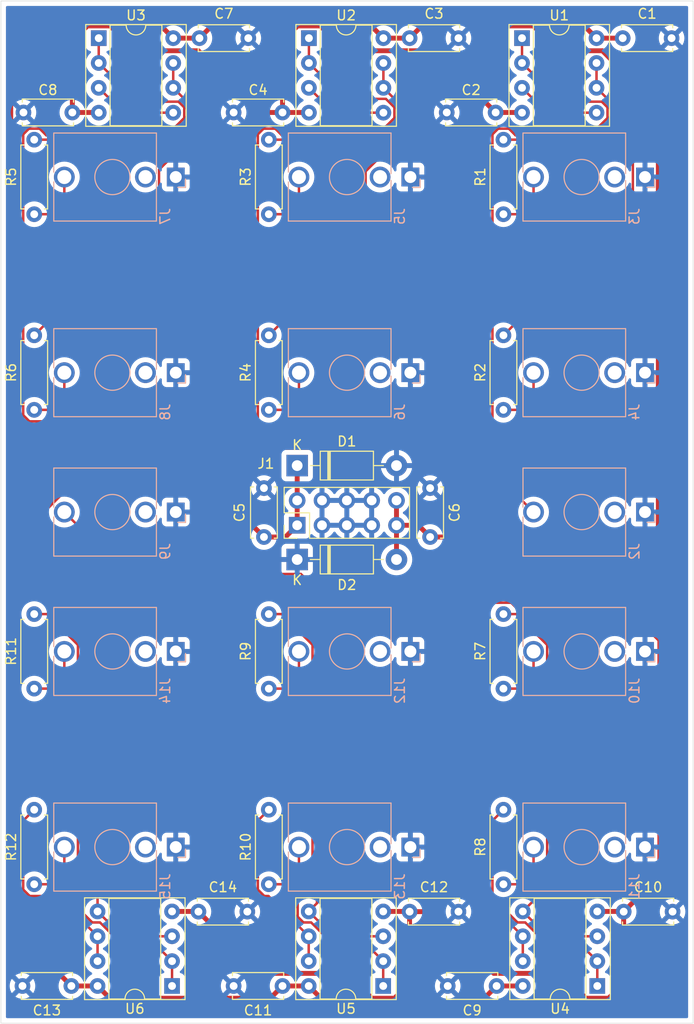
<source format=kicad_pcb>
(kicad_pcb (version 20211014) (generator pcbnew)
  (layers (0 "F.Cu" signal) (31 "B.Cu" signal) (34 "B.Paste" user) (35 "F.Paste" user) (36 "B.SilkS" user "B.Silkscreen") (37 "F.SilkS" user "F.Silkscreen") (38 "B.Mask" user) (39 "F.Mask" user) (44 "Edge.Cuts" user))
  (net 0 "")
  (net 1 "GND")
  (net 2 "+12V")
  (net 3 "-12V")
  (net 4 "Net-(J2-PadT)")
  (net 7 "Net-(J3-PadT)")
  (net 8 "Net-(J4-PadT)")
  (net 11 "Net-(J6-PadT)")
  (net 13 "Net-(J7-PadT)")
  (net 14 "Net-(J8-PadT)")
  (net 17 "Net-(J9-PadT)")
  (net 18 "Net-(J10-PadT)")
  (net 21 "Net-(J11-PadT)")
  (net 22 "Net-(J12-PadT)")
  (net 25 "Net-(J13-PadT)")
  (net 26 "Net-(J14-PadT)")
  (net 29 "Net-(J15-PadT)")
  (net 30 "Net-(R1-Pad2)")
  (net 31 "Net-(R2-Pad2)")
  (net 32 "Net-(R3-Pad2)")
  (net 33 "Net-(R4-Pad2)")
  (net 34 "Net-(R5-Pad2)")
  (net 35 "Net-(R6-Pad2)")
  (net 36 "Net-(R7-Pad2)")
  (net 37 "Net-(R8-Pad2)")
  (net 38 "Net-(R9-Pad2)")
  (net 39 "Net-(R10-Pad2)")
  (net 40 "Net-(R11-Pad2)")
  (net 41 "Net-(R12-Pad2)")
  (net 42 "Net-(J5-PadT)")
  (footprint "Capacitor_THT:C_Disc_D5.0mm_W2.5mm_P5.00mm" (layer "F.Cu") (at 181.9 53.8)
    (fp_text reference "C1")
    (fp_text value "10n")
  )
  (footprint "Capacitor_THT:C_Disc_D5.0mm_W2.5mm_P5.00mm" (layer "F.Cu") (at 168.9 61.4 180)
    (fp_text reference "C2")
    (fp_text value "10n")
  )
  (footprint "Capacitor_THT:C_Disc_D5.0mm_W2.5mm_P5.00mm" (layer "F.Cu") (at 160.1 53.8)
    (fp_text reference "C3")
    (fp_text value "10n")
  )
  (footprint "Capacitor_THT:C_Disc_D5.0mm_W2.5mm_P5.00mm" (layer "F.Cu") (at 147.1 61.4 180)
    (fp_text reference "C4")
    (fp_text value "10n")
  )
  (footprint "Capacitor_THT:C_Disc_D5.0mm_W2.5mm_P5.00mm" (layer "F.Cu") (at 145.2 104.8 90)
    (fp_text reference "C5")
    (fp_text value "0.1u")
  )
  (footprint "Capacitor_THT:C_Disc_D5.0mm_W2.5mm_P5.00mm" (layer "F.Cu") (at 162.2 99.8 -90)
    (fp_text reference "C6")
    (fp_text value "0.1u")
  )
  (footprint "Capacitor_THT:C_Disc_D5.0mm_W2.5mm_P5.00mm" (layer "F.Cu") (at 138.6 53.8)
    (fp_text reference "C7")
    (fp_text value "10n")
  )
  (footprint "Capacitor_THT:C_Disc_D5.0mm_W2.5mm_P5.00mm" (layer "F.Cu") (at 125.6 61.4 180)
    (fp_text reference "C8")
    (fp_text value "10n")
  )
  (footprint "Capacitor_THT:C_Disc_D5.0mm_W2.5mm_P5.00mm" (layer "F.Cu") (at 169 150.7 180)
    (fp_text reference "C9")
    (fp_text value "10n")
  )
  (footprint "Capacitor_THT:C_Disc_D5.0mm_W2.5mm_P5.00mm" (layer "F.Cu") (at 182 143.1)
    (fp_text reference "C10")
    (fp_text value "10n")
  )
  (footprint "Capacitor_THT:C_Disc_D5.0mm_W2.5mm_P5.00mm" (layer "F.Cu") (at 147.1 150.7 180)
    (fp_text reference "C11")
    (fp_text value "10n")
  )
  (footprint "Capacitor_THT:C_Disc_D5.0mm_W2.5mm_P5.00mm" (layer "F.Cu") (at 160.1 143.1)
    (fp_text reference "C12")
    (fp_text value "10n")
  )
  (footprint "Capacitor_THT:C_Disc_D5.0mm_W2.5mm_P5.00mm" (layer "F.Cu") (at 125.5 150.7 180)
    (fp_text reference "C13")
    (fp_text value "10n")
  )
  (footprint "Capacitor_THT:C_Disc_D5.0mm_W2.5mm_P5.00mm" (layer "F.Cu") (at 138.5 143.1)
    (fp_text reference "C14")
    (fp_text value "10n")
  )
  (footprint "Diode_THT:D_DO-41_SOD81_P10.16mm_Horizontal" (layer "F.Cu") (at 148.6 97.5)
    (fp_text reference "D1")
    (fp_text value "1N5819")
  )
  (footprint "Diode_THT:D_DO-41_SOD81_P10.16mm_Horizontal" (layer "F.Cu") (at 148.6 107.1)
    (fp_text reference "D2")
    (fp_text value "1N5819")
  )
  (footprint "Connector_PinHeader_2.54mm:PinHeader_2x05_P2.54mm_Vertical" (layer "F.Cu") (at 148.6 103.6 90)
    (fp_text reference "J1")
    (fp_text value "Conn_02x05_Odd_Even")
  )
  (footprint "Resistor_THT:R_Axial_DIN0207_L6.3mm_D2.5mm_P7.62mm_Horizontal" (layer "F.Cu") (at 169.7 71.8 90)
    (fp_text reference "R1")
    (fp_text value "1k")
  )
  (footprint "Resistor_THT:R_Axial_DIN0207_L6.3mm_D2.5mm_P7.62mm_Horizontal" (layer "F.Cu") (at 169.7 91.8 90)
    (fp_text reference "R2")
    (fp_text value "1k")
  )
  (footprint "Resistor_THT:R_Axial_DIN0207_L6.3mm_D2.5mm_P7.62mm_Horizontal" (layer "F.Cu") (at 145.7 71.8 90)
    (fp_text reference "R3")
    (fp_text value "1k")
  )
  (footprint "Resistor_THT:R_Axial_DIN0207_L6.3mm_D2.5mm_P7.62mm_Horizontal" (layer "F.Cu") (at 145.7 91.8 90)
    (fp_text reference "R4")
    (fp_text value "1k")
  )
  (footprint "Resistor_THT:R_Axial_DIN0207_L6.3mm_D2.5mm_P7.62mm_Horizontal" (layer "F.Cu") (at 121.7 71.8 90)
    (fp_text reference "R5")
    (fp_text value "1k")
  )
  (footprint "Resistor_THT:R_Axial_DIN0207_L6.3mm_D2.5mm_P7.62mm_Horizontal" (layer "F.Cu") (at 121.7 91.8 90)
    (fp_text reference "R6")
    (fp_text value "1k")
  )
  (footprint "Resistor_THT:R_Axial_DIN0207_L6.3mm_D2.5mm_P7.62mm_Horizontal" (layer "F.Cu") (at 169.7 120.3 90)
    (fp_text reference "R7")
    (fp_text value "1k")
  )
  (footprint "Resistor_THT:R_Axial_DIN0207_L6.3mm_D2.5mm_P7.62mm_Horizontal" (layer "F.Cu") (at 169.7 140.3 90)
    (fp_text reference "R8")
    (fp_text value "1k")
  )
  (footprint "Resistor_THT:R_Axial_DIN0207_L6.3mm_D2.5mm_P7.62mm_Horizontal" (layer "F.Cu") (at 145.7 120.3 90)
    (fp_text reference "R9")
    (fp_text value "1k")
  )
  (footprint "Resistor_THT:R_Axial_DIN0207_L6.3mm_D2.5mm_P7.62mm_Horizontal" (layer "F.Cu") (at 145.7 140.3 90)
    (fp_text reference "R10")
    (fp_text value "1k")
  )
  (footprint "Resistor_THT:R_Axial_DIN0207_L6.3mm_D2.5mm_P7.62mm_Horizontal" (layer "F.Cu") (at 121.7 120.3 90)
    (fp_text reference "R11")
    (fp_text value "1k")
  )
  (footprint "Resistor_THT:R_Axial_DIN0207_L6.3mm_D2.5mm_P7.62mm_Horizontal" (layer "F.Cu") (at 121.7 140.3 90)
    (fp_text reference "R12")
    (fp_text value "1k")
  )
  (footprint "Package_DIP:DIP-8_W7.62mm_Socket" (layer "F.Cu") (at 171.6 53.8)
    (fp_text reference "U1")
    (fp_text value "TL072")
  )
  (footprint "Package_DIP:DIP-8_W7.62mm_Socket" (layer "F.Cu") (at 149.8 53.8)
    (fp_text reference "U2")
    (fp_text value "TL072")
  )
  (footprint "Package_DIP:DIP-8_W7.62mm_Socket" (layer "F.Cu") (at 128.3 53.8)
    (fp_text reference "U3")
    (fp_text value "TL072")
  )
  (footprint "Package_DIP:DIP-8_W7.62mm_Socket" (layer "F.Cu") (at 179.3 150.7 180)
    (fp_text reference "U4")
    (fp_text value "TL072")
  )
  (footprint "Package_DIP:DIP-8_W7.62mm_Socket" (layer "F.Cu") (at 135.8 150.7 180)
    (fp_text reference "U6")
    (fp_text value "TL072")
  )
  (footprint "Package_DIP:DIP-8_W7.62mm_Socket" (layer "F.Cu") (at 157.4 150.7 180)
    (fp_text reference "U5")
    (fp_text value "TL072")
  )
  (footprint "Connector_Audio:Jack_3.5mm_QingPu_WQP-PJ398SM_Vertical_CircularHoles" (layer "B.Cu") (at 184.18 102.25 90)
    (fp_text reference "J2")
    (fp_text value "AudioJack2_SwitchT")
  )
  (footprint "Connector_Audio:Jack_3.5mm_QingPu_WQP-PJ398SM_Vertical_CircularHoles" (layer "B.Cu") (at 184.18 68 90)
    (fp_text reference "J3")
    (fp_text value "AudioJack2_SwitchT")
  )
  (footprint "Connector_Audio:Jack_3.5mm_QingPu_WQP-PJ398SM_Vertical_CircularHoles" (layer "B.Cu") (at 184.18 88 90)
    (fp_text reference "J4")
    (fp_text value "AudioJack2_SwitchT")
  )
  (footprint "Connector_Audio:Jack_3.5mm_QingPu_WQP-PJ398SM_Vertical_CircularHoles" (layer "B.Cu") (at 160.18 68 90)
    (fp_text reference "J5")
    (fp_text value "AudioJack2_SwitchT")
  )
  (footprint "Connector_Audio:Jack_3.5mm_QingPu_WQP-PJ398SM_Vertical_CircularHoles" (layer "B.Cu") (at 160.18 88 90)
    (fp_text reference "J6")
    (fp_text value "AudioJack2_SwitchT")
  )
  (footprint "Connector_Audio:Jack_3.5mm_QingPu_WQP-PJ398SM_Vertical_CircularHoles" (layer "B.Cu") (at 136.18 68 90)
    (fp_text reference "J7")
    (fp_text value "AudioJack2_SwitchT")
  )
  (footprint "Connector_Audio:Jack_3.5mm_QingPu_WQP-PJ398SM_Vertical_CircularHoles" (layer "B.Cu") (at 136.18 88 90)
    (fp_text reference "J8")
    (fp_text value "AudioJack2_SwitchT")
  )
  (footprint "Connector_Audio:Jack_3.5mm_QingPu_WQP-PJ398SM_Vertical_CircularHoles" (layer "B.Cu") (at 136.18 102.25 90)
    (fp_text reference "J9")
    (fp_text value "AudioJack2_SwitchT")
  )
  (footprint "Connector_Audio:Jack_3.5mm_QingPu_WQP-PJ398SM_Vertical_CircularHoles" (layer "B.Cu") (at 184.18 116.5 90)
    (fp_text reference "J10")
    (fp_text value "AudioJack2_SwitchT")
  )
  (footprint "Connector_Audio:Jack_3.5mm_QingPu_WQP-PJ398SM_Vertical_CircularHoles" (layer "B.Cu") (at 184.18 136.5 90)
    (fp_text reference "J11")
    (fp_text value "AudioJack2_SwitchT")
  )
  (footprint "Connector_Audio:Jack_3.5mm_QingPu_WQP-PJ398SM_Vertical_CircularHoles" (layer "B.Cu") (at 160.18 116.5 90)
    (fp_text reference "J12")
    (fp_text value "AudioJack2_SwitchT")
  )
  (footprint "Connector_Audio:Jack_3.5mm_QingPu_WQP-PJ398SM_Vertical_CircularHoles" (layer "B.Cu") (at 160.18 136.5 90)
    (fp_text reference "J13")
    (fp_text value "AudioJack2_SwitchT")
  )
  (footprint "Connector_Audio:Jack_3.5mm_QingPu_WQP-PJ398SM_Vertical_CircularHoles" (layer "B.Cu") (at 136.18 116.5 90)
    (fp_text reference "J14")
    (fp_text value "AudioJack2_SwitchT")
  )
  (footprint "Connector_Audio:Jack_3.5mm_QingPu_WQP-PJ398SM_Vertical_CircularHoles" (layer "B.Cu") (at 136.18 136.5 90)
    (fp_text reference "J15")
    (fp_text value "AudioJack2_SwitchT")
  )
  (gr_line (start 189.1 154.5) (end 118.3 154.5) (layer "Edge.Cuts") (width 0.05))
  (gr_line (start 189.1 50) (end 189.1 154.5) (layer "Edge.Cuts") (width 0.05))
  (gr_line (start 118.3 50) (end 189.1 50) (layer "Edge.Cuts") (width 0.05))
  (gr_line (start 118.3 50) (end 118.3 154.5) (layer "Edge.Cuts") (width 0.05))
  (segment (start 135.92 53.8) (end 138.6 53.8) (width 0.5) (layer "F.Cu") (net 2))
  (segment (start 167.049989 152.650011) (end 151.730011 152.650011) (width 0.5) (layer "F.Cu") (net 2))
  (segment (start 135.92 53.8) (end 133.969989 51.849989) (width 0.5) (layer "F.Cu") (net 2))
  (segment (start 122.787798 102) (end 122.843899 101.943899) (width 0.5) (layer "F.Cu") (net 2))
  (segment (start 119.3 59.400035) (end 119.3 99.5) (width 0.5) (layer "F.Cu") (net 2))
  (segment (start 145.2 104.8) (end 147.4 104.8) (width 0.5) (layer "F.Cu") (net 2))
  (segment (start 148.6 101.06) (end 148.6 103.6) (width 0.5) (layer "F.Cu") (net 2))
  (segment (start 140.550011 51.849989) (end 138.6 53.8) (width 0.5) (layer "F.Cu") (net 2))
  (segment (start 162.050011 51.849989) (end 160.1 53.8) (width 0.5) (layer "F.Cu") (net 2))
  (segment (start 121.8 102) (end 122.787798 102) (width 0.5) (layer "F.Cu") (net 2))
  (segment (start 133.969989 51.849989) (end 126.850046 51.849989) (width 0.5) (layer "F.Cu") (net 2))
  (segment (start 121.8 102) (end 121.8 102.987798) (width 0.5) (layer "F.Cu") (net 2))
  (segment (start 147.4 104.8) (end 148.6 103.6) (width 0.5) (layer "F.Cu") (net 2))
  (segment (start 125.5 150.7) (end 128.18 150.7) (width 0.5) (layer "F.Cu") (net 2))
  (segment (start 140.5 100.1) (end 145.2 104.8) (width 0.5) (layer "F.Cu") (net 2))
  (segment (start 121.8 102) (end 122.293899 102.493899) (width 0.5) (layer "F.Cu") (net 2))
  (segment (start 169 150.7) (end 171.68 150.7) (width 0.5) (layer "F.Cu") (net 2))
  (segment (start 128.18 150.7) (end 129.430001 151.950001) (width 0.5) (layer "F.Cu") (net 2))
  (segment (start 122.293899 102.493899) (end 122.843899 101.943899) (width 0.5) (layer "F.Cu") (net 2))
  (segment (start 121.743899 103.043899) (end 122.293899 102.493899) (width 0.5) (layer "F.Cu") (net 2))
  (segment (start 151.730011 152.650011) (end 149.78 150.7) (width 0.5) (layer "F.Cu") (net 2))
  (segment (start 129.430001 151.950001) (end 145.849999 151.950001) (width 0.5) (layer "F.Cu") (net 2))
  (segment (start 121.8 102.987798) (end 121.743899 103.043899) (width 0.5) (layer "F.Cu") (net 2))
  (segment (start 179.22 53.8) (end 181.9 53.8) (width 0.5) (layer "F.Cu") (net 2))
  (segment (start 126.850046 51.849989) (end 119.3 59.400035) (width 0.5) (layer "F.Cu") (net 2))
  (segment (start 122.843899 101.943899) (end 124.687798 100.1) (width 0.5) (layer "F.Cu") (net 2))
  (segment (start 125.5 150.7) (end 119.999989 145.199989) (width 0.5) (layer "F.Cu") (net 2))
  (segment (start 124.687798 100.1) (end 140.5 100.1) (width 0.5) (layer "F.Cu") (net 2))
  (segment (start 169 150.7) (end 167.049989 152.650011) (width 0.5) (layer "F.Cu") (net 2))
  (segment (start 177.269989 51.849989) (end 162.050011 51.849989) (width 0.5) (layer "F.Cu") (net 2))
  (segment (start 179.22 53.8) (end 177.269989 51.849989) (width 0.5) (layer "F.Cu") (net 2))
  (segment (start 157.42 53.8) (end 160.1 53.8) (width 0.5) (layer "F.Cu") (net 2))
  (segment (start 119.999989 104.787809) (end 121.743899 103.043899) (width 0.5) (layer "F.Cu") (net 2))
  (segment (start 157.42 53.8) (end 155.469989 51.849989) (width 0.5) (layer "F.Cu") (net 2))
  (segment (start 119.999989 145.199989) (end 119.999989 104.787809) (width 0.5) (layer "F.Cu") (net 2))
  (segment (start 155.469989 51.849989) (end 140.550011 51.849989) (width 0.5) (layer "F.Cu") (net 2))
  (segment (start 148.6 97.5) (end 148.6 101.06) (width 0.5) (layer "F.Cu") (net 2))
  (segment (start 147.1 150.7) (end 149.78 150.7) (width 0.5) (layer "F.Cu") (net 2))
  (segment (start 119.3 99.5) (end 121.8 102) (width 0.5) (layer "F.Cu") (net 2))
  (segment (start 145.849999 151.950001) (end 147.1 150.7) (width 0.5) (layer "F.Cu") (net 2))
  (segment (start 160.1 143.1) (end 162.4 143.1) (width 0.5) (layer "F.Cu") (net 3))
  (segment (start 138.489999 55.089999) (end 132.000001 55.089999) (width 0.5) (layer "F.Cu") (net 3))
  (segment (start 164.5 57) (end 162.589999 55.089999) (width 0.5) (layer "F.Cu") (net 3))
  (segment (start 147.1 61.4) (end 144.8 61.4) (width 0.5) (layer "F.Cu") (net 3))
  (segment (start 129.460001 52.549999) (end 127.139999 52.549999) (width 0.5) (layer "F.Cu") (net 3))
  (segment (start 181.25 110.85) (end 181.235001 110.864999) (width 0.5) (layer "F.Cu") (net 3))
  (segment (start 150.960001 52.549999) (end 148.639999 52.549999) (width 0.5) (layer "F.Cu") (net 3))
  (segment (start 144.8 61.4) (end 138.489999 55.089999) (width 0.5) (layer "F.Cu") (net 3))
  (segment (start 180.735001 110.264999) (end 181.25 109.75) (width 0.5) (layer "F.Cu") (net 3))
  (segment (start 127.139999 52.549999) (end 125.6 54.089998) (width 0.5) (layer "F.Cu") (net 3))
  (segment (start 138.48 143.08) (end 138.5 143.1) (width 0.5) (layer "F.Cu") (net 3))
  (segment (start 132.000001 55.089999) (end 129.460001 52.549999) (width 0.5) (layer "F.Cu") (net 3))
  (segment (start 168.9 61.4) (end 171.58 61.4) (width 0.5) (layer "F.Cu") (net 3))
  (segment (start 179.3 143.08) (end 181.98 143.08) (width 0.5) (layer "F.Cu") (net 3))
  (segment (start 147.1 54.089998) (end 147.1 61.4) (width 0.5) (layer "F.Cu") (net 3))
  (segment (start 153.699999 149.410001) (end 156.239999 151.950001) (width 0.5) (layer "F.Cu") (net 3))
  (segment (start 147.1 61.4) (end 149.78 61.4) (width 0.5) (layer "F.Cu") (net 3))
  (segment (start 181.235001 110.864999) (end 185.7 115.329998) (width 0.5) (layer "F.Cu") (net 3))
  (segment (start 165.5 57) (end 164.5 57) (width 0.5) (layer "F.Cu") (net 3))
  (segment (start 125.6 54.089998) (end 125.6 61.4) (width 0.5) (layer "F.Cu") (net 3))
  (segment (start 172.760001 52.549999) (end 169.950001 52.549999) (width 0.5) (layer "F.Cu") (net 3))
  (segment (start 178.139999 151.950001) (end 180.460001 151.950001) (width 0.5) (layer "F.Cu") (net 3))
  (segment (start 175.300001 55.089999) (end 172.760001 52.549999) (width 0.5) (layer "F.Cu") (net 3))
  (segment (start 175.170002 104.8) (end 179.985001 109.614999) (width 0.5) (layer "F.Cu") (net 3))
  (segment (start 125.6 61.4) (end 128.28 61.4) (width 0.5) (layer "F.Cu") (net 3))
  (segment (start 162.2 104.8) (end 175.170002 104.8) (width 0.5) (layer "F.Cu") (net 3))
  (segment (start 160.08 143.08) (end 160.1 143.1) (width 0.5) (layer "F.Cu") (net 3))
  (segment (start 181.25 109.75) (end 185.545001 105.454999) (width 0.5) (layer "F.Cu") (net 3))
  (segment (start 185.545001 60.814999) (end 179.820001 55.089999) (width 0.5) (layer "F.Cu") (net 3))
  (segment (start 138.5 143.1) (end 144.810001 149.410001) (width 0.5) (layer "F.Cu") (net 3))
  (segment (start 135.8 143.08) (end 138.48 143.08) (width 0.5) (layer "F.Cu") (net 3))
  (segment (start 180.120002 109.75) (end 179.985001 109.614999) (width 0.5) (layer "F.Cu") (net 3))
  (segment (start 158.560001 151.950001) (end 160.1 150.410002) (width 0.5) (layer "F.Cu") (net 3))
  (segment (start 165.75 58.25) (end 165 57.5) (width 0.5) (layer "F.Cu") (net 3))
  (segment (start 156.239999 151.950001) (end 158.560001 151.950001) (width 0.5) (layer "F.Cu") (net 3))
  (segment (start 165.5 57) (end 165.5 58) (width 0.5) (layer "F.Cu") (net 3))
  (segment (start 158.76 103.6) (end 161 103.6) (width 0.5) (layer "F.Cu") (net 3))
  (segment (start 165.5 58) (end 165.75 58.25) (width 0.5) (layer "F.Cu") (net 3))
  (segment (start 161 103.6) (end 162.2 104.8) (width 0.5) (layer "F.Cu") (net 3))
  (segment (start 162.589999 55.089999) (end 153.500001 55.089999) (width 0.5) (layer "F.Cu") (net 3))
  (segment (start 185.545001 105.454999) (end 185.545001 60.814999) (width 0.5) (layer "F.Cu") (net 3))
  (segment (start 180.635001 110.264999) (end 180.735001 110.264999) (width 0.5) (layer "F.Cu") (net 3))
  (segment (start 149.78 61.4) (end 149.8 61.42) (width 0.5) (layer "F.Cu") (net 3))
  (segment (start 128.28 61.4) (end 128.3 61.42) (width 0.5) (layer "F.Cu") (net 3))
  (segment (start 185.7 139.4) (end 182 143.1) (width 0.5) (layer "F.Cu") (net 3))
  (segment (start 162.4 143.1) (end 168.710001 149.410001) (width 0.5) (layer "F.Cu") (net 3))
  (segment (start 168.9 61.4) (end 165.75 58.25) (width 0.5) (layer "F.Cu") (net 3))
  (segment (start 180.460001 151.950001) (end 182 150.410002) (width 0.5) (layer "F.Cu") (net 3))
  (segment (start 157.4 143.08) (end 160.08 143.08) (width 0.5) (layer "F.Cu") (net 3))
  (segment (start 144.810001 149.410001) (end 153.699999 149.410001) (width 0.5) (layer "F.Cu") (net 3))
  (segment (start 179.820001 55.089999) (end 175.300001 55.089999) (width 0.5) (layer "F.Cu") (net 3))
  (segment (start 165.5 57) (end 165 57.5) (width 0.5) (layer "F.Cu") (net 3))
  (segment (start 181.25 109.75) (end 181.25 110.85) (width 0.5) (layer "F.Cu") (net 3))
  (segment (start 182 150.410002) (end 182 143.1) (width 0.5) (layer "F.Cu") (net 3))
  (segment (start 169.950001 52.549999) (end 165.5 57) (width 0.5) (layer "F.Cu") (net 3))
  (segment (start 185.7 115.329998) (end 185.7 139.4) (width 0.5) (layer "F.Cu") (net 3))
  (segment (start 181.98 143.08) (end 182 143.1) (width 0.5) (layer "F.Cu") (net 3))
  (segment (start 158.76 103.6) (end 158.76 101.06) (width 0.5) (layer "F.Cu") (net 3))
  (segment (start 171.58 61.4) (end 171.6 61.42) (width 0.5) (layer "F.Cu") (net 3))
  (segment (start 181.25 109.75) (end 180.120002 109.75) (width 0.5) (layer "F.Cu") (net 3))
  (segment (start 175.599999 149.410001) (end 178.139999 151.950001) (width 0.5) (layer "F.Cu") (net 3))
  (segment (start 153.500001 55.089999) (end 150.960001 52.549999) (width 0.5) (layer "F.Cu") (net 3))
  (segment (start 148.639999 52.549999) (end 147.1 54.089998) (width 0.5) (layer "F.Cu") (net 3))
  (segment (start 158.76 103.6) (end 158.76 107.1) (width 0.5) (layer "F.Cu") (net 3))
  (segment (start 168.710001 149.410001) (end 175.599999 149.410001) (width 0.5) (layer "F.Cu") (net 3))
  (segment (start 179.985001 109.614999) (end 180.635001 110.264999) (width 0.5) (layer "F.Cu") (net 3))
  (segment (start 160.1 150.410002) (end 160.1 143.1) (width 0.5) (layer "F.Cu") (net 3))
  (segment (start 165 57.5) (end 164.5 57) (width 0.5) (layer "F.Cu") (net 3))
  (segment (start 180.635001 110.264999) (end 181.235001 110.864999) (width 0.5) (layer "F.Cu") (net 3))
  (segment (start 146.074999 95.774999) (end 168.174999 95.774999) (width 0.25) (layer "F.Cu") (net 4))
  (segment (start 168.574999 98.044999) (end 172.78 102.25) (width 0.25) (layer "F.Cu") (net 4))
  (segment (start 135.92 61.42) (end 133.58 61.42) (width 0.25) (layer "F.Cu") (net 4))
  (segment (start 154.52 61.42) (end 154.12 61.42) (width 0.25) (layer "F.Cu") (net 4))
  (segment (start 168.574999 63.639999) (end 168.574999 95.425001) (width 0.25) (layer "F.Cu") (net 4))
  (segment (start 154.12 61.42) (end 152.34 61.42) (width 0.25) (layer "F.Cu") (net 4))
  (segment (start 144.574999 92.574999) (end 144.574999 92.974999) (width 0.25) (layer "F.Cu") (net 4))
  (segment (start 176.48 61.72) (end 176.78 61.42) (width 0.25) (layer "F.Cu") (net 4))
  (segment (start 144.574999 94.274999) (end 146.074999 95.774999) (width 0.25) (layer "F.Cu") (net 4))
  (segment (start 147.02999 63.72999) (end 146.354999 63.054999) (width 0.25) (layer "F.Cu") (net 4))
  (segment (start 154.92 61.42) (end 154.52 61.42) (width 0.25) (layer "F.Cu") (net 4))
  (segment (start 168.574999 95.774999) (end 168.574999 96.174999) (width 0.25) (layer "F.Cu") (net 4))
  (segment (start 152.34 61.42) (end 149.8 58.88) (width 0.25) (layer "F.Cu") (net 4))
  (segment (start 176.42 61.72) (end 176.38 61.72) (width 0.25) (layer "F.Cu") (net 4))
  (segment (start 174.14 61.42) (end 171.6 58.88) (width 0.25) (layer "F.Cu") (net 4))
  (segment (start 133.28 61.72) (end 132.98 61.42) (width 0.25) (layer "F.Cu") (net 4))
  (segment (start 121.159999 63.054999) (end 120.574999 63.639999) (width 0.25) (layer "F.Cu") (net 4))
  (segment (start 132.98 61.42) (end 130.84 61.42) (width 0.25) (layer "F.Cu") (net 4))
  (segment (start 146.354999 63.054999) (end 145.159999 63.054999) (width 0.25) (layer "F.Cu") (net 4))
  (segment (start 168.574999 95.425001) (end 168.574999 95.774999) (width 0.25) (layer "F.Cu") (net 4))
  (segment (start 154.48 61.78) (end 154.12 61.42) (width 0.25) (layer "F.Cu") (net 4))
  (segment (start 176.08 61.42) (end 174.14 61.42) (width 0.25) (layer "F.Cu") (net 4))
  (segment (start 132.67001 63.72999) (end 122.92999 63.72999) (width 0.25) (layer "F.Cu") (net 4))
  (segment (start 145.159999 63.054999) (end 144.574999 63.639999) (width 0.25) (layer "F.Cu") (net 4))
  (segment (start 133.28 61.72) (end 133.58 61.42) (width 0.25) (layer "F.Cu") (net 4))
  (segment (start 122.92999 63.72999) (end 122.254999 63.054999) (width 0.25) (layer "F.Cu") (net 4))
  (segment (start 170.92999 63.72999) (end 170.254999 63.054999) (width 0.25) (layer "F.Cu") (net 4))
  (segment (start 133.28 61.42) (end 133.28 61.72) (width 0.25) (layer "F.Cu") (net 4))
  (segment (start 176.42 61.72) (end 176.48 61.72) (width 0.25) (layer "F.Cu") (net 4))
  (segment (start 168.174999 95.774999) (end 168.574999 95.774999) (width 0.25) (layer "F.Cu") (net 4))
  (segment (start 144.174999 92.974999) (end 144.574999 93.374999) (width 0.25) (layer "F.Cu") (net 4))
  (segment (start 154.52 61.42) (end 154.52 61.78) (width 0.25) (layer "F.Cu") (net 4))
  (segment (start 170.254999 63.054999) (end 169.159999 63.054999) (width 0.25) (layer "F.Cu") (net 4))
  (segment (start 144.174999 92.974999) (end 144.574999 92.974999) (width 0.25) (layer "F.Cu") (net 4))
  (segment (start 120.574999 92.340001) (end 121.209997 92.974999) (width 0.25) (layer "F.Cu") (net 4))
  (segment (start 154.52 61.78) (end 154.56 61.78) (width 0.25) (layer "F.Cu") (net 4))
  (segment (start 120.574999 63.639999) (end 120.574999 92.340001) (width 0.25) (layer "F.Cu") (net 4))
  (segment (start 179.22 61.42) (end 176.78 61.42) (width 0.25) (layer "F.Cu") (net 4))
  (segment (start 176.42 61.72) (end 176.42 63.28) (width 0.25) (layer "F.Cu") (net 4))
  (segment (start 144.574999 92.974999) (end 144.574999 93.374999) (width 0.25) (layer "F.Cu") (net 4))
  (segment (start 122.254999 63.054999) (end 121.159999 63.054999) (width 0.25) (layer "F.Cu") (net 4))
  (segment (start 133.28 61.72) (end 133.28 63.12) (width 0.25) (layer "F.Cu") (net 4))
  (segment (start 176.38 61.72) (end 176.08 61.42) (width 0.25) (layer "F.Cu") (net 4))
  (segment (start 176.42 61.42) (end 176.08 61.42) (width 0.25) (layer "F.Cu") (net 4))
  (segment (start 176.42 61.42) (end 176.42 61.72) (width 0.25) (layer "F.Cu") (net 4))
  (segment (start 144.574999 63.639999) (end 144.574999 92.574999) (width 0.25) (layer "F.Cu") (net 4))
  (segment (start 130.84 61.42) (end 128.3 58.88) (width 0.25) (layer "F.Cu") (net 4))
  (segment (start 144.574999 93.374999) (end 144.574999 94.274999) (width 0.25) (layer "F.Cu") (net 4))
  (segment (start 175.97001 63.72999) (end 170.92999 63.72999) (width 0.25) (layer "F.Cu") (net 4))
  (segment (start 154.52 63.08) (end 153.87001 63.72999) (width 0.25) (layer "F.Cu") (net 4))
  (segment (start 169.159999 63.054999) (end 168.574999 63.639999) (width 0.25) (layer "F.Cu") (net 4))
  (segment (start 153.87001 63.72999) (end 147.02999 63.72999) (width 0.25) (layer "F.Cu") (net 4))
  (segment (start 168.174999 95.774999) (end 168.574999 96.174999) (width 0.25) (layer "F.Cu") (net 4))
  (segment (start 168.574999 96.174999) (end 168.574999 98.044999) (width 0.25) (layer "F.Cu") (net 4))
  (segment (start 154.56 61.78) (end 154.92 61.42) (width 0.25) (layer "F.Cu") (net 4))
  (segment (start 133.28 61.42) (end 132.98 61.42) (width 0.25) (layer "F.Cu") (net 4))
  (segment (start 133.28 63.12) (end 132.67001 63.72999) (width 0.25) (layer "F.Cu") (net 4))
  (segment (start 176.78 61.42) (end 176.42 61.42) (width 0.25) (layer "F.Cu") (net 4))
  (segment (start 154.52 61.78) (end 154.48 61.78) (width 0.25) (layer "F.Cu") (net 4))
  (segment (start 121.209997 92.974999) (end 144.174999 92.974999) (width 0.25) (layer "F.Cu") (net 4))
  (segment (start 168.225001 95.774999) (end 168.574999 95.425001) (width 0.25) (layer "F.Cu") (net 4))
  (segment (start 176.42 63.28) (end 175.97001 63.72999) (width 0.25) (layer "F.Cu") (net 4))
  (segment (start 133.58 61.42) (end 133.28 61.42) (width 0.25) (layer "F.Cu") (net 4))
  (segment (start 168.174999 95.774999) (end 168.225001 95.774999) (width 0.25) (layer "F.Cu") (net 4))
  (segment (start 157.42 61.42) (end 154.92 61.42) (width 0.25) (layer "F.Cu") (net 4))
  (segment (start 144.174999 92.974999) (end 144.574999 92.574999) (width 0.25) (layer "F.Cu") (net 4))
  (segment (start 154.52 61.78) (end 154.52 63.08) (width 0.25) (layer "F.Cu") (net 4))
  (segment (start 172.78 70.72) (end 171.7 71.8) (width 0.25) (layer "F.Cu") (net 7))
  (segment (start 172.78 68) (end 172.78 70.72) (width 0.25) (layer "F.Cu") (net 7))
  (segment (start 171.7 71.8) (end 169.7 71.8) (width 0.25) (layer "F.Cu") (net 7))
  (segment (start 172.78 88) (end 172.78 90.72) (width 0.25) (layer "F.Cu") (net 8))
  (segment (start 171.7 91.8) (end 169.7 91.8) (width 0.25) (layer "F.Cu") (net 8))
  (segment (start 172.78 90.72) (end 171.7 91.8) (width 0.25) (layer "F.Cu") (net 8))
  (segment (start 148.78 88) (end 148.78 90.72) (width 0.25) (layer "F.Cu") (net 11))
  (segment (start 148.78 90.72) (end 147.7 91.8) (width 0.25) (layer "F.Cu") (net 11))
  (segment (start 147.7 91.8) (end 145.7 91.8) (width 0.25) (layer "F.Cu") (net 11))
  (segment (start 123.7 71.8) (end 121.7 71.8) (width 0.25) (layer "F.Cu") (net 13))
  (segment (start 124.78 70.72) (end 123.7 71.8) (width 0.25) (layer "F.Cu") (net 13))
  (segment (start 124.78 68) (end 124.78 70.72) (width 0.25) (layer "F.Cu") (net 13))
  (segment (start 124.78 88) (end 124.78 90.62) (width 0.25) (layer "F.Cu") (net 14))
  (segment (start 124.78 90.62) (end 123.6 91.8) (width 0.25) (layer "F.Cu") (net 14))
  (segment (start 123.6 91.8) (end 121.7 91.8) (width 0.25) (layer "F.Cu") (net 14))
  (segment (start 150.62001 142.23999) (end 150.62001 111.87999) (width 0.25) (layer "F.Cu") (net 17))
  (segment (start 150.96003 111.52001) (end 150.62001 111.17999) (width 0.25) (layer "F.Cu") (net 17))
  (segment (start 128.52 108.58) (end 128.18 108.92) (width 0.25) (layer "F.Cu") (net 17))
  (segment (start 151.02001 111.52001) (end 150.97999 111.52001) (width 0.25) (layer "F.Cu") (net 17))
  (segment (start 174.62001 115.646398) (end 170.493622 111.52001) (width 0.25) (layer "F.Cu") (net 17))
  (segment (start 130.72 145.62) (end 128.18 143.08) (width 0.25) (layer "F.Cu") (net 17))
  (segment (start 157.4 145.62) (end 152.32 145.62) (width 0.25) (layer "F.Cu") (net 17))
  (segment (start 128.58 108.58) (end 128.18 108.58) (width 0.25) (layer "F.Cu") (net 17))
  (segment (start 128.58 108.58) (end 128.52 108.58) (width 0.25) (layer "F.Cu") (net 17))
  (segment (start 128.58 108.58) (end 128.54 108.58) (width 0.25) (layer "F.Cu") (net 17))
  (segment (start 135.8 145.62) (end 130.72 145.62) (width 0.25) (layer "F.Cu") (net 17))
  (segment (start 150.62001 111.52001) (end 150.62001 111.17999) (width 0.25) (layer "F.Cu") (net 17))
  (segment (start 149.78 143.08) (end 150.62001 142.23999) (width 0.25) (layer "F.Cu") (net 17))
  (segment (start 128.18 108.22) (end 128.18 108.58) (width 0.25) (layer "F.Cu") (net 17))
  (segment (start 171.68 143.08) (end 174.62001 140.13999) (width 0.25) (layer "F.Cu") (net 17))
  (segment (start 128.18 108.58) (end 128.18 108.92) (width 0.25) (layer "F.Cu") (net 17))
  (segment (start 150.62001 111.17999) (end 150.62001 110.22001) (width 0.25) (layer "F.Cu") (net 17))
  (segment (start 174.62001 140.13999) (end 174.62001 115.646398) (width 0.25) (layer "F.Cu") (net 17))
  (segment (start 148.98 108.58) (end 128.58 108.58) (width 0.25) (layer "F.Cu") (net 17))
  (segment (start 174.22 145.62) (end 171.68 143.08) (width 0.25) (layer "F.Cu") (net 17))
  (segment (start 152.32 145.62) (end 149.78 143.08) (width 0.25) (layer "F.Cu") (net 17))
  (segment (start 128.54 108.58) (end 128.18 108.22) (width 0.25) (layer "F.Cu") (net 17))
  (segment (start 170.493622 111.52001) (end 151.02001 111.52001) (width 0.25) (layer "F.Cu") (net 17))
  (segment (start 124.78 102.25) (end 128.18 105.65) (width 0.25) (layer "F.Cu") (net 17))
  (segment (start 128.18 108.92) (end 128.18 143.08) (width 0.25) (layer "F.Cu") (net 17))
  (segment (start 150.62001 111.87999) (end 150.62001 111.52001) (width 0.25) (layer "F.Cu") (net 17))
  (segment (start 179.3 145.62) (end 174.22 145.62) (width 0.25) (layer "F.Cu") (net 17))
  (segment (start 150.62001 110.22001) (end 148.98 108.58) (width 0.25) (layer "F.Cu") (net 17))
  (segment (start 128.18 105.65) (end 128.18 108.22) (width 0.25) (layer "F.Cu") (net 17))
  (segment (start 151.02001 111.52001) (end 150.96003 111.52001) (width 0.25) (layer "F.Cu") (net 17))
  (segment (start 150.97999 111.52001) (end 150.62001 111.87999) (width 0.25) (layer "F.Cu") (net 17))
  (segment (start 151.02001 111.52001) (end 150.62001 111.52001) (width 0.25) (layer "F.Cu") (net 17))
  (segment (start 172.78 116.5) (end 172.78 119.22) (width 0.25) (layer "F.Cu") (net 18))
  (segment (start 172.78 119.22) (end 171.7 120.3) (width 0.25) (layer "F.Cu") (net 18))
  (segment (start 171.7 120.3) (end 169.7 120.3) (width 0.25) (layer "F.Cu") (net 18))
  (segment (start 172.78 139.32) (end 172.78 136.5) (width 0.25) (layer "F.Cu") (net 21))
  (segment (start 171.8 140.3) (end 172.78 139.32) (width 0.25) (layer "F.Cu") (net 21))
  (segment (start 169.7 140.3) (end 171.8 140.3) (width 0.25) (layer "F.Cu") (net 21))
  (segment (start 147.7 120.3) (end 145.7 120.3) (width 0.25) (layer "F.Cu") (net 22))
  (segment (start 148.78 116.5) (end 148.78 119.22) (width 0.25) (layer "F.Cu") (net 22))
  (segment (start 148.78 119.22) (end 147.7 120.3) (width 0.25) (layer "F.Cu") (net 22))
  (segment (start 147.8 140.3) (end 148.78 139.32) (width 0.25) (layer "F.Cu") (net 25))
  (segment (start 148.78 139.32) (end 148.78 136.5) (width 0.25) (layer "F.Cu") (net 25))
  (segment (start 145.7 140.3) (end 147.8 140.3) (width 0.25) (layer "F.Cu") (net 25))
  (segment (start 124.78 116.5) (end 124.78 119.22) (width 0.25) (layer "F.Cu") (net 26))
  (segment (start 124.78 119.22) (end 123.7 120.3) (width 0.25) (layer "F.Cu") (net 26))
  (segment (start 121.7 120.3) (end 123.7 120.3) (width 0.25) (layer "F.Cu") (net 26))
  (segment (start 124.78 139.22) (end 124.78 136.5) (width 0.25) (layer "F.Cu") (net 29))
  (segment (start 121.7 140.3) (end 123.7 140.3) (width 0.25) (layer "F.Cu") (net 29))
  (segment (start 123.7 140.3) (end 124.78 139.22) (width 0.25) (layer "F.Cu") (net 29))
  (segment (start 180.345001 60.879999) (end 180.345001 61.960001) (width 0.25) (layer "F.Cu") (net 30))
  (segment (start 175.554999 60.294999) (end 179.760001 60.294999) (width 0.25) (layer "F.Cu") (net 30))
  (segment (start 171.6 53.8) (end 171.6 56.34) (width 0.25) (layer "F.Cu") (net 30))
  (segment (start 178.125002 64.18) (end 169.7 64.18) (width 0.25) (layer "F.Cu") (net 30))
  (segment (start 171.6 56.34) (end 175.554999 60.294999) (width 0.25) (layer "F.Cu") (net 30))
  (segment (start 179.760001 60.294999) (end 180.345001 60.879999) (width 0.25) (layer "F.Cu") (net 30))
  (segment (start 180.345001 61.960001) (end 178.125002 64.18) (width 0.25) (layer "F.Cu") (net 30))
  (segment (start 182.939999 62.599999) (end 182.939999 70.940001) (width 0.25) (layer "F.Cu") (net 31))
  (segment (start 179.22 56.34) (end 179.22 58.88) (width 0.25) (layer "F.Cu") (net 31))
  (segment (start 179.22 58.88) (end 182.939999 62.599999) (width 0.25) (layer "F.Cu") (net 31))
  (segment (start 182.939999 70.940001) (end 169.7 84.18) (width 0.25) (layer "F.Cu") (net 31))
  (segment (start 158.545001 61.960001) (end 156.325002 64.18) (width 0.25) (layer "F.Cu") (net 32))
  (segment (start 149.8 56.34) (end 153.465001 60.005001) (width 0.25) (layer "F.Cu") (net 32))
  (segment (start 149.8 53.8) (end 149.8 56.34) (width 0.25) (layer "F.Cu") (net 32))
  (segment (start 153.465001 60.005001) (end 157.670003 60.005001) (width 0.25) (layer "F.Cu") (net 32))
  (segment (start 156.325002 64.18) (end 145.7 64.18) (width 0.25) (layer "F.Cu") (net 32))
  (segment (start 157.670003 60.005001) (end 158.545001 60.879999) (width 0.25) (layer "F.Cu") (net 32))
  (segment (start 158.545001 60.879999) (end 158.545001 61.960001) (width 0.25) (layer "F.Cu") (net 32))
  (segment (start 157.42 56.34) (end 157.42 58.88) (width 0.25) (layer "F.Cu") (net 33))
  (segment (start 158.995011 64.027787) (end 155.6 67.422798) (width 0.25) (layer "F.Cu") (net 33))
  (segment (start 157.42 58.88) (end 158.995011 60.455011) (width 0.25) (layer "F.Cu") (net 33))
  (segment (start 155.6 74.28) (end 145.7 84.18) (width 0.25) (layer "F.Cu") (net 33))
  (segment (start 155.6 67.422798) (end 155.6 74.28) (width 0.25) (layer "F.Cu") (net 33))
  (segment (start 158.995011 60.455011) (end 158.995011 64.027787) (width 0.25) (layer "F.Cu") (net 33))
  (segment (start 137.045001 61.960001) (end 134.825002 64.18) (width 0.25) (layer "F.Cu") (net 34))
  (segment (start 128.3 56.34) (end 132.254999 60.294999) (width 0.25) (layer "F.Cu") (net 34))
  (segment (start 137.045001 60.879999) (end 137.045001 61.960001) (width 0.25) (layer "F.Cu") (net 34))
  (segment (start 136.460001 60.294999) (end 137.045001 60.879999) (width 0.25) (layer "F.Cu") (net 34))
  (segment (start 132.254999 60.294999) (end 136.460001 60.294999) (width 0.25) (layer "F.Cu") (net 34))
  (segment (start 134.825002 64.18) (end 121.7 64.18) (width 0.25) (layer "F.Cu") (net 34))
  (segment (start 128.3 53.8) (end 128.3 56.34) (width 0.25) (layer "F.Cu") (net 34))
  (segment (start 134.470001 67.244997) (end 134.470001 71.409999) (width 0.25) (layer "F.Cu") (net 35))
  (segment (start 135.92 58.88) (end 137.49501 60.45501) (width 0.25) (layer "F.Cu") (net 35))
  (segment (start 137.49501 60.45501) (end 137.49501 64.219988) (width 0.25) (layer "F.Cu") (net 35))
  (segment (start 135.92 56.34) (end 135.92 58.88) (width 0.25) (layer "F.Cu") (net 35))
  (segment (start 134.470001 71.409999) (end 121.7 84.18) (width 0.25) (layer "F.Cu") (net 35))
  (segment (start 137.49501 64.219988) (end 134.470001 67.244997) (width 0.25) (layer "F.Cu") (net 35))
  (segment (start 177.21001 146.07001) (end 173.795012 146.07001) (width 0.25) (layer "F.Cu") (net 36))
  (segment (start 170.240001 142.496409) (end 174.170001 138.566409) (width 0.25) (layer "F.Cu") (net 36))
  (segment (start 171.139999 144.205001) (end 170.240001 143.305003) (width 0.25) (layer "F.Cu") (net 36))
  (segment (start 179.3 148.16) (end 179.3 150.7) (width 0.25) (layer "F.Cu") (net 36))
  (segment (start 171.930003 144.205001) (end 171.139999 144.205001) (width 0.25) (layer "F.Cu") (net 36))
  (segment (start 174.170001 138.566409) (end 174.170001 115.832799) (width 0.25) (layer "F.Cu") (net 36))
  (segment (start 171.017202 112.68) (end 169.7 112.68) (width 0.25) (layer "F.Cu") (net 36))
  (segment (start 179.3 148.16) (end 177.21001 146.07001) (width 0.25) (layer "F.Cu") (net 36))
  (segment (start 173.795012 146.07001) (end 171.930003 144.205001) (width 0.25) (layer "F.Cu") (net 36))
  (segment (start 174.170001 115.832799) (end 171.017202 112.68) (width 0.25) (layer "F.Cu") (net 36))
  (segment (start 170.240001 143.305003) (end 170.240001 142.496409) (width 0.25) (layer "F.Cu") (net 36))
  (segment (start 169.7 132.68) (end 168.574999 133.805001) (width 0.25) (layer "F.Cu") (net 37))
  (segment (start 171.68 145.62) (end 171.68 148.16) (width 0.25) (layer "F.Cu") (net 37))
  (segment (start 168.574999 142.514999) (end 171.68 145.62) (width 0.25) (layer "F.Cu") (net 37))
  (segment (start 168.574999 133.805001) (end 168.574999 142.514999) (width 0.25) (layer "F.Cu") (net 37))
  (segment (start 157.4 148.16) (end 155.31001 146.07001) (width 0.25) (layer "F.Cu") (net 38))
  (segment (start 148.654999 143.620001) (end 148.654999 140.081411) (width 0.25) (layer "F.Cu") (net 38))
  (segment (start 147.017202 112.68) (end 145.7 112.68) (width 0.25) (layer "F.Cu") (net 38))
  (segment (start 149.239999 144.205001) (end 148.654999 143.620001) (width 0.25) (layer "F.Cu") (net 38))
  (segment (start 150.030003 144.205001) (end 149.239999 144.205001) (width 0.25) (layer "F.Cu") (net 38))
  (segment (start 151.895012 146.07001) (end 150.030003 144.205001) (width 0.25) (layer "F.Cu") (net 38))
  (segment (start 148.654999 140.081411) (end 150.170001 138.566409) (width 0.25) (layer "F.Cu") (net 38))
  (segment (start 155.31001 146.07001) (end 151.895012 146.07001) (width 0.25) (layer "F.Cu") (net 38))
  (segment (start 150.170001 115.832799) (end 147.017202 112.68) (width 0.25) (layer "F.Cu") (net 38))
  (segment (start 157.4 148.16) (end 157.4 150.7) (width 0.25) (layer "F.Cu") (net 38))
  (segment (start 150.170001 138.566409) (end 150.170001 115.832799) (width 0.25) (layer "F.Cu") (net 38))
  (segment (start 145.7 132.68) (end 144.574999 133.805001) (width 0.25) (layer "F.Cu") (net 39))
  (segment (start 145.66 141.5) (end 149.78 145.62) (width 0.25) (layer "F.Cu") (net 39))
  (segment (start 144.574999 133.805001) (end 144.574999 140.840001) (width 0.25) (layer "F.Cu") (net 39))
  (segment (start 149.78 145.62) (end 149.78 148.16) (width 0.25) (layer "F.Cu") (net 39))
  (segment (start 145.234998 141.5) (end 145.66 141.5) (width 0.25) (layer "F.Cu") (net 39))
  (segment (start 144.574999 140.840001) (end 145.234998 141.5) (width 0.25) (layer "F.Cu") (net 39))
  (segment (start 127.639999 144.205001) (end 126.170001 142.735003) (width 0.25) (layer "F.Cu") (net 40))
  (segment (start 128.430003 144.205001) (end 127.639999 144.205001) (width 0.25) (layer "F.Cu") (net 40))
  (segment (start 130.295012 146.07001) (end 128.430003 144.205001) (width 0.25) (layer "F.Cu") (net 40))
  (segment (start 135.8 148.16) (end 133.71001 146.07001) (width 0.25) (layer "F.Cu") (net 40))
  (segment (start 126.170001 115.832799) (end 123.017202 112.68) (width 0.25) (layer "F.Cu") (net 40))
  (segment (start 133.71001 146.07001) (end 130.295012 146.07001) (width 0.25) (layer "F.Cu") (net 40))
  (segment (start 135.8 148.16) (end 135.8 150.7) (width 0.25) (layer "F.Cu") (net 40))
  (segment (start 123.017202 112.68) (end 121.7 112.68) (width 0.25) (layer "F.Cu") (net 40))
  (segment (start 126.170001 142.735003) (end 126.170001 115.832799) (width 0.25) (layer "F.Cu") (net 40))
  (segment (start 128.18 145.62) (end 128.18 148.16) (width 0.25) (layer "F.Cu") (net 41))
  (segment (start 120.574999 133.805001) (end 120.574999 140.840001) (width 0.25) (layer "F.Cu") (net 41))
  (segment (start 124.06 141.5) (end 128.18 145.62) (width 0.25) (layer "F.Cu") (net 41))
  (segment (start 120.574999 140.840001) (end 121.234998 141.5) (width 0.25) (layer "F.Cu") (net 41))
  (segment (start 121.234998 141.5) (end 124.06 141.5) (width 0.25) (layer "F.Cu") (net 41))
  (segment (start 121.7 132.68) (end 120.574999 133.805001) (width 0.25) (layer "F.Cu") (net 41))
  (segment (start 148.78 68) (end 148.78 70.72) (width 0.25) (layer "F.Cu") (net 42))
  (segment (start 148.78 70.72) (end 147.7 71.8) (width 0.25) (layer "F.Cu") (net 42))
  (segment (start 147.7 71.8) (end 145.7 71.8) (width 0.25) (layer "F.Cu") (net 42))
  (zone (net 1) (net_name "GND") (layer "B.Cu") (connect_pads (clearance 0.508)) (min_thickness 0.254) (fill yes (thermal_gap 0.508) (thermal_bridge_width 0.508))
    (polygon (pts (xy 189.2 154.6) (xy 118.2 154.6) (xy 118.2 49.9) (xy 189.2 49.9)))
  )
)
</source>
